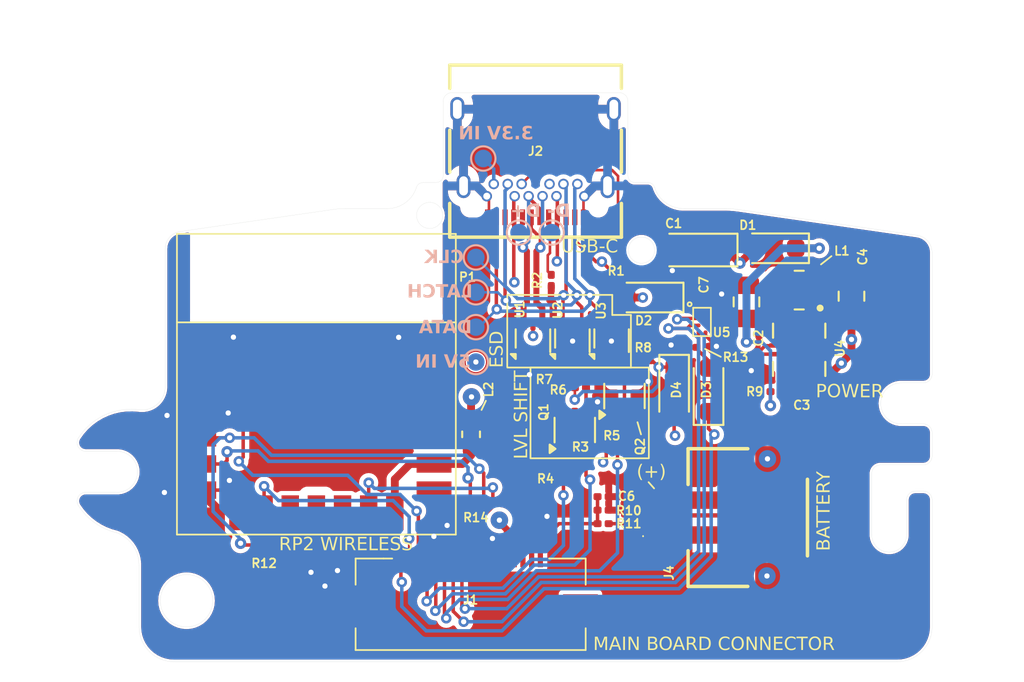
<source format=kicad_pcb>
(kicad_pcb (version 20240108) (generator "pcbnew") (generator_version "8.0")
  (layers (0 "F.Cu" signal) (1 "In1.Cu" signal) (2 "In2.Cu" signal) (31 "B.Cu" signal) (34 "B.Paste" user) (35 "F.Paste" user) (36 "B.SilkS" user "B.Silkscreen") (37 "F.SilkS" user "F.Silkscreen") (38 "B.Mask" user) (39 "F.Mask" user) (44 "Edge.Cuts" user))
  (net 0 "")
  (net 1 "N_LATCH_3.3")
  (net 2 "N_CLOCK_3.3")
  (net 3 "+3V3")
  (net 4 "WL_CLK")
  (net 5 "D-")
  (net 6 "GND")
  (net 7 "N_DATA_3.3")
  (net 8 "BTN_PWR")
  (net 9 "I2C1_SCL")
  (net 10 "WL_D")
  (net 11 "BAT_LVL")
  (net 12 "I2C1_SDA")
  (net 13 "WL_ON")
  (net 14 "WL_CS")
  (net 15 "D+")
  (net 16 "VBUS_PRE")
  (net 18 "Net-(J2-CC1)")
  (net 19 "Net-(J2-CC2)")
  (net 20 "+3.3V_PRE")
  (net 21 "N_DATA")
  (net 22 "N_LATCH")
  (net 23 "N_CLOCK")
  (net 25 "SAFE_D-")
  (net 26 "SAFE_D+")
  (net 27 "N_LATCH_SAFE")
  (net 29 "N_CLOCK_SAFE")
  (net 31 "N_DATA_SAFE")
  (net 33 "VBUS_SYS")
  (net 34 "Net-(U4-EN)")
  (net 35 "BATTERY_POS")
  (net 36 "VBUS")
  (net 37 "SHARED_PU")
  (net 38 "Net-(D4-A)")
  (net 39 "Net-(U4-L1)")
  (net 40 "Net-(U4-L2)")
  (net 41 "VDDBAT")
  (net 42 "Net-(P1B-IRQ)")
  (net 43 "WL_GP1")
  (net 44 "WL_GP2")
  (net 45 "WL_GP0")
  (net 47 "Net-(P1A-DO)")
  (footprint "Resistor_SMD:R_0201_0603Metric" (layer "F.Cu") (at 75.985091 32.183329 180)
    (property "Reference" "R13")
    (property "Value" "10k")
  )
  (footprint "Resistor_SMD:R_0201_0603Metric" (layer "F.Cu") (at 69.65 38.95)
    (property "Reference" "R3")
    (property "Value" "1k")
  )
  (footprint "Resistor_SMD:R_0201_0603Metric" (layer "F.Cu") (at 70.95 42.3)
    (property "Reference" "R11")
    (property "Value" "75k")
  )
  (footprint "Resistor_SMD:R_0201_0603Metric" (layer "F.Cu") (at 68.995 39.725 180)
    (property "Reference" "R4")
    (property "Value" "1k")
  )
  (footprint "hhl:DSBGA" (layer "F.Cu") (at 76.625 30.725)
    (property "Reference" "U5")
    (property "Value" "BQ25180")
  )
  (footprint "Resistor_SMD:R_0201_0603Metric" (layer "F.Cu") (at 67.975 28.345 90)
    (property "Reference" "R2")
    (property "Value" "5.1k")
  )
  (footprint "hhl:RPI_RM2" (layer "F.Cu") (at 54.5 33.925)
    (property "Reference" "P1")
    (property "Value" "RPI-RM2")
  )
  (footprint "Package_TO_SOT_SMD:SOT-363_SC-70-6" (layer "F.Cu") (at 72.175 34.975 90)
    (property "Reference" "Q2")
    (property "Value" "BSS138DW")
  )
  (footprint "Inductor_SMD:L_0603_1608Metric" (layer "F.Cu") (at 63.375 37.175 -90)
    (property "Reference" "L2")
    (property "Value" "BLM18AG601SN1D")
  )
  (footprint "Resistor_SMD:R_0201_0603Metric" (layer "F.Cu") (at 68.775 33.725 180)
    (property "Reference" "R7")
    (property "Value" "1k")
  )
  (footprint "Resistor_SMD:R_0201_0603Metric" (layer "F.Cu") (at 70.95 41.525 180)
    (property "Reference" "R10")
    (property "Value" "75k")
  )
  (footprint "Capacitor_SMD:C_0805_2012Metric" (layer "F.Cu") (at 79.175 29.575 -90)
    (property "Reference" "C2")
    (property "Value" "10uF")
  )
  (footprint "Resistor_SMD:R_0201_0603Metric" (layer "F.Cu") (at 73.3 32.95 180)
    (property "Reference" "R8")
    (property "Value" "1k")
  )
  (footprint "Diode_SMD:D_SOD-323_HandSoldering" (layer "F.Cu") (at 75.025 34.625 -90)
    (property "Reference" "D3")
    (property "Value" "CUS08F30,H3F ")
  )
  (footprint "Capacitor_SMD:C_0805_2012Metric" (layer "F.Cu") (at 85.2 29.249999 90)
    (property "Reference" "C4")
    (property "Value" "10uF")
  )
  (footprint "Resistor_SMD:R_0201_0603Metric" (layer "F.Cu") (at 51.5 43.525 180)
    (property "Reference" "R12")
    (property "Value" "10k")
  )
  (footprint "Package_TO_SOT_SMD:SOT-666" (layer "F.Cu") (at 71.4375 31.8 90)
    (property "Reference" "U3")
    (property "Value" "USBLC6-2P6")
  )
  (footprint "Resistor_SMD:R_0201_0603Metric" (layer "F.Cu") (at 69.65 34.5)
    (property "Reference" "R6")
    (property "Value" "1k")
  )
  (footprint "Capacitor_SMD:C_0201_0603Metric" (layer "F.Cu") (at 76.001741 28.871248 90)
    (property "Reference" "C7")
    (property "Value" "1uF")
  )
  (footprint "Capacitor_SMD:C_0201_0603Metric" (layer "F.Cu") (at 82.35 34.725 180)
    (property "Reference" "C3")
    (property "Value" "100nF")
  )
  (footprint "Capacitor_SMD:C_0201_0603Metric" (layer "F.Cu") (at 70.95 40.75)
    (property "Reference" "C6")
    (property "Value" "100nF")
  )
  (footprint "hhl:VREG_V62_16624-01YE" (layer "F.Cu") (at 82.2 32.325 -90)
    (property "Reference" "U4")
    (property "Value" "TPS63001DRCR")
  )
  (footprint "Package_TO_SOT_SMD:SOT-666" (layer "F.Cu") (at 69.1875 31.8 90)
    (property "Reference" "U2")
    (property "Value" "USBLC6-2P6")
  )
  (footprint "Resistor_SMD:R_0201_0603Metric" (layer "F.Cu") (at 63.65 40.9 180)
    (property "Reference" "R14")
    (property "Value" "470R")
  )
  (footprint "Diode_SMD:D_SOD-323_HandSoldering" (layer "F.Cu") (at 77 34.625 90)
    (property "Reference" "D4")
    (property "Value" "CUS08F30,H3F ")
  )
  (footprint "Inductor_SMD:L_1008_2520Metric" (layer "F.Cu") (at 82.2 28.9)
    (property "Reference" "L1")
    (property "Value" "1.3A 2.2uH ±20% 80mΩ")
  )
  (footprint "Resistor_SMD:R_0201_0603Metric" (layer "F.Cu") (at 80.875 34.725)
    (property "Reference" "R9")
    (property "Value" "100R")
  )
  (footprint "Resistor_SMD:R_0201_0603Metric" (layer "F.Cu") (at 71.45 38.025)
    (property "Reference" "R5")
    (property "Value" "1k")
  )
  (footprint "hhl:USB405603A" (layer "F.Cu") (at 67.074998 18.521124 180)
    (property "Reference" "J2")
    (property "Value" "USB4056-03-A" (hide yes))
  )
  (footprint "Diode_SMD:D_SOD-323_HandSoldering" (layer "F.Cu") (at 80.75 26.5 180)
    (property "Reference" "D1")
    (property "Value" "CUS08F30,H3F ")
  )
  (footprint "Diode_SMD:D_SOD-323_HandSoldering" (layer "F.Cu") (at 73.55 29.325 180)
    (property "Reference" "D2")
    (property "Value" "CUS08F30,H3F ")
  )
  (footprint "Package_TO_SOT_SMD:SOT-666" (layer "F.Cu") (at 66.925 31.8 90)
    (property "Reference" "U1")
    (property "Value" "USBLC6-2P6")
  )
  (footprint "hhl:1769" (layer "F.Cu") (at 75.825 41.95 90)
    (property "Reference" "J4")
    (property "Value" "Adafruit 1769" (hide yes))
  )
  (footprint "Package_TO_SOT_SMD:SOT-363_SC-70-6" (layer "F.Cu") (at 69.325 36.925 90)
    (property "Reference" "Q1")
    (property "Value" "BSS138DW")
  )
  (footprint "hhl:5051101792" (layer "F.Cu") (at 63.35 46.675)
    (property "Reference" "J1")
    (property "Value" "Molex 505110-1792" (hide yes))
  )
  (footprint "Resistor_SMD:R_0201_0603Metric" (layer "F.Cu") (at 72.925 28)
    (property "Reference" "R1")
    (property "Value" "5.1k")
  )
  (footprint "Capacitor_Tantalum_SMD:CP_EIA-3216-18_Kemet-A" (layer "F.Cu") (at 76.35 26.6 180)
    (property "Reference" "C1")
    (property "Value" "47uF")
  )
  (footprint "TestPoint:TestPoint_Pad_D1.0mm" (layer "B.Cu") (at 63.65 29.025 180)
    (property "Reference" "TP1" (hide yes))
    (property "Value" "TestPoint")
  )
  (footprint "TestPoint:TestPoint_Pad_D1.0mm" (layer "B.Cu") (at 63.65 33.025 180)
    (property "Reference" "TP7" (hide yes))
    (property "Value" "TestPoint")
  )
  (footprint "TestPoint:TestPoint_Pad_D1.0mm" (layer "B.Cu") (at 64.075 21.35 180)
    (property "Reference" "TP6" (hide yes))
    (property "Value" "TestPoint")
  )
  (footprint "TestPoint:TestPoint_Pad_D1.0mm" (layer "B.Cu") (at 63.65 27.025 180)
    (property "Reference" "TP2" (hide yes))
    (property "Value" "TestPoint")
  )
  (footprint "TestPoint:TestPoint_Pad_D1.0mm" (layer "B.Cu") (at 68 25.6 180)
    (property "Reference" "TP4" (hide yes))
    (property "Value" "TestPoint")
  )
  (footprint "TestPoint:TestPoint_Pad_D1.0mm" (layer "B.Cu") (at 66.125 25.6 180)
    (property "Reference" "TP5" (hide yes))
    (property "Value" "TestPoint")
  )
  (footprint "TestPoint:TestPoint_Pad_D1.0mm" (layer "B.Cu") (at 63.65 31.025 180)
    (property "Reference" "TP3" (hide yes))
    (property "Value" "TestPoint")
  )
  (gr_line (start 72.545646 33.342379) (end 65.458609 33.34238) (stroke (width 0.1)) (layer "F.SilkS"))
  (gr_line (start 71.475 29.175) (end 71.475 30.325) (stroke (width 0.1)) (layer "F.SilkS"))
  (gr_line (start 64.225 35.25) (end 63.975 35.775) (stroke (width 0.1)) (layer "F.SilkS"))
  (gr_line (start 73.125 37.175) (end 72.922473 36.481236) (stroke (width 0.1)) (layer "F.SilkS"))
  (gr_rect (start 66.783609 33.34238) (end 73.575 38.55) (stroke (width 0.1)) (fill none) (layer "F.SilkS"))
  (gr_line (start 65.448799 33.311949) (end 65.451201 29.175) (stroke (width 0.1)) (layer "F.SilkS"))
  (gr_line (start 84.05 26.95) (end 83.45 27.425) (stroke (width 0.1)) (layer "F.SilkS"))
  (gr_line (start 72.545646 30.32464) (end 72.545646 33.342379) (stroke (width 0.1)) (layer "F.SilkS"))
  (gr_line (start 71.475 30.325) (end 72.545646 30.32464) (stroke (width 0.1)) (layer "F.SilkS"))
  (gr_line (start 77.7 32.725) (end 76.8 32.275) (stroke (width 0.1)) (layer "F.SilkS"))
  (gr_line (start 73.56 39.92) (end 73.875 40.275) (stroke (width 0.1)) (layer "F.SilkS"))
  (gr_line (start 65.451201 29.175) (end 71.475 29.175) (stroke (width 0.1)) (layer "F.SilkS"))
  (gr_arc (start 73.526993 22.72569) (mid 73.762901 22.802661) (end 73.908019 23.003951) (stroke (width 0.01)) (layer "Edge.Cuts"))
  (gr_arc (start 88.055082 36.575001) (mid 86.880084 35.400001) (end 88.055082 34.225001) (stroke (width 0.01)) (layer "Edge.Cuts"))
  (gr_line (start 71.874997 17.571338) (end 62.274999 17.571337) (stroke (width 0.01)) (layer "Edge.Cuts"))
  (gr_arc (start 88.361729 40.929158) (mid 88.508176 40.575604) (end 88.86173 40.429157) (stroke (width 0.01)) (layer "Edge.Cuts"))
  (gr_line (start 89.324998 40.429157) (end 88.86173 40.429157) (stroke (width 0.01)) (layer "Edge.Cuts"))
  (gr_arc (start 89.324999 36.575001) (mid 89.678553 36.721448) (end 89.825 37.075002) (stroke (width 0.01)) (layer "Edge.Cuts"))
  (gr_line (start 61.774998 18.071337) (end 61.774998 22.325767) (stroke (width 0.01)) (layer "Edge.Cuts"))
  (gr_arc (start 89.324998 40.429157) (mid 89.678552 40.575604) (end 89.824999 40.929158) (stroke (width 0.01)) (layer "Edge.Cuts"))
  (gr_line (start 44.325 44.697902) (end 44.324999 48.221337) (stroke (width 0.01)) (layer "Edge.Cuts"))
  (gr_line (start 41.265299 38.149797) (end 43.057839 38.149797) (stroke (width 0.01)) (layer "Edge.Cuts"))
  (gr_arc (start 88.361729 42.929157) (mid 87.361729 43.929155) (end 86.361728 42.929156) (stroke (width 0.01)) (layer "Edge.Cuts"))
  (gr_curve (pts (xy 45.783436 34.772086) (xy 45.811035 34.664222) (xy 45.824999 34.553324) (xy 45.824999 34.441985)) (stroke (width 0.01)) (layer "Edge.Cuts"))
  (gr_line (start 73.526993 22.72569) (end 72.774997 22.725691) (stroke (width 0.01)) (layer "Edge.Cuts"))
  (gr_line (start 88.967389 25.752318) (end 78.67914 24.272284) (stroke (width 0.01)) (layer "Edge.Cuts"))
  (gr_line (start 89.825 48.221338) (end 89.824999 40.929158) (stroke (width 0.01)) (layer "Edge.Cuts"))
  (gr_line (start 88.361729 40.929158) (end 88.361729 42.929157) (stroke (width 0.01)) (layer "Edge.Cuts"))
  (gr_line (start 89.825 33.725) (end 89.825 26.742127) (stroke (width 0.01)) (layer "Edge.Cuts"))
  (gr_arc (start 89.825 33.725) (mid 89.678553 34.078554) (end 89.324998 34.225002) (stroke (width 0.01)) (layer "Edge.Cuts"))
  (gr_arc (start 41.265299 38.149797) (mid 40.826326 37.889134) (end 40.845015 37.378901) (stroke (width 0.01)) (layer "Edge.Cuts"))
  (gr_arc (start 60.241979 23.00395) (mid 59.607091 23.884591) (end 58.574999 24.221336) (stroke (width 0.01)) (layer "Edge.Cuts"))
  (gr_line (start 55.470845 24.272285) (end 46.679479 25.536982) (stroke (width 0.01)) (layer "Edge.Cuts"))
  (gr_arc (start 40.845015 41.270692) (mid 40.826306 40.760491) (end 41.265298 40.499836) (stroke (width 0.01)) (layer "Edge.Cuts"))
  (gr_arc (start 60.241979 23.00395) (mid 60.387142 22.80266) (end 60.623079 22.72569) (stroke (width 0.01)) (layer "Edge.Cuts"))
  (gr_line (start 58.574999 24.221336) (end 56.182799 24.221337) (stroke (width 0.01)) (layer "Edge.Cuts"))
  (gr_circle (center 47.049532 46.721337) (end 45.549533 46.721337) (stroke (width 0.01)) (fill none) (layer "Edge.Cuts"))
  (gr_arc (start 43.057835 42.824796) (mid 41.799588 42.26394) (end 40.845015 41.270692) (stroke (width 0.01)) (layer "Edge.Cuts"))
  (gr_arc (start 43.057839 38.149797) (mid 44.232838 39.324796) (end 43.05784 40.499796) (stroke (width 0.01)) (layer "Edge.Cuts"))
  (gr_curve (pts (xy 44.323083 35.762685) (xy 44.497308 35.785149) (xy 44.674269 35.772917) (xy 44.843747 35.726694)) (stroke (width 0.01)) (layer "Edge.Cuts"))
  (gr_arc (start 61.774998 18.071337) (mid 61.921445 17.717784) (end 62.274999 17.571337) (stroke (width 0.01)) (layer "Edge.Cuts"))
  (gr_arc (start 88.967389 25.752318) (mid 89.580774 26.087295) (end 89.825 26.742127) (stroke (width 0.01)) (layer "Edge.Cuts"))
  (gr_circle (center 60.998399 24.614372) (end 60.2484 24.614372) (stroke (width 0.01)) (fill none) (layer "Edge.Cuts"))
  (gr_line (start 61.374998 22.72569) (end 60.623079 22.72569) (stroke (width 0.01)) (layer "Edge.Cuts"))
  (gr_arc (start 40.845015 37.378901) (mid 42.350265 36.067701) (end 44.323083 35.762685) (stroke (width 0.01)) (layer "Edge.Cuts"))
  (gr_arc (start 45.824999 26.526337) (mid 46.06819 25.872701) (end 46.679479 25.536982) (stroke (width 0.01)) (layer "Edge.Cuts"))
  (gr_arc (start 86.361728 39.429157) (mid 86.508176 39.075602) (end 86.861731 38.929156) (stroke (width 0.01)) (layer "Edge.Cuts"))
  (gr_arc (start 75.574998 24.221337) (mid 74.542907 23.884591) (end 73.908019 23.003951) (stroke (width 0.01)) (layer "Edge.Cuts"))
  (gr_line (start 77.967206 24.221337) (end 75.574998 24.221337) (stroke (width 0.01)) (layer "Edge.Cuts"))
  (gr_line (start 45.824999 26.526337) (end 45.824999 34.441985) (stroke (width 0.01)) (layer "Edge.Cuts"))
  (gr_line (start 86.861731 38.929156) (end 89.324999 38.929156) (stroke (width 0.01)) (layer "Edge.Cuts"))
  (gr_line (start 89.324999 36.575001) (end 88.055082 36.575001) (stroke (width 0.01)) (layer "Edge.Cuts"))
  (gr_arc (start 77.967206 24.221337) (mid 78.324083 24.23409) (end 78.67914 24.272284) (stroke (width 0.01)) (layer "Edge.Cuts"))
  (gr_curve (pts (xy 45.312057 35.492218) (xy 45.447882 35.386339) (xy 45.561884 35.25511) (xy 45.647736 35.105819)) (stroke (width 0.01)) (layer "Edge.Cuts"))
  (gr_curve (pts (xy 44.843747 35.726694) (xy 45.013829 35.680307) (xy 45.173018 35.600604) (xy 45.312057 35.492218)) (stroke (width 0.01)) (layer "Edge.Cuts"))
  (gr_arc (start 46.324999 50.221337) (mid 44.910786 49.63555) (end 44.324999 48.221337) (stroke (width 0.01)) (layer "Edge.Cuts"))
  (gr_curve (pts (xy 45.647736 35.105819) (xy 45.707878 35.001237) (xy 45.753529 34.888963) (xy 45.783436 34.772086)) (stroke (width 0.01)) (layer "Edge.Cuts"))
  (gr_arc (start 61.774998 22.325767) (mid 61.657836 22.608581) (end 61.374998 22.72569) (stroke (width 0.01)) (layer "Edge.Cuts"))
  (gr_line (start 86.361728 42.929156) (end 86.361728 39.429157) (stroke (width 0.01)) (layer "Edge.Cuts"))
  (gr_line (start 46.324999 50.221337) (end 87.825001 50.221337) (stroke (width 0.01)) (layer "Edge.Cuts"))
  (gr_arc (start 89.825 38.429155) (mid 89.678553 38.782709) (end 89.324999 38.929156) (stroke (width 0.01)) (layer "Edge.Cuts"))
  (gr_line (start 89.825 38.429155) (end 89.825 37.075002) (stroke (width 0.01)) (layer "Edge.Cuts"))
  (gr_arc (start 55.470845 24.272287) (mid 55.825912 24.234091) (end 56.182799 24.221337) (stroke (width 0.01)) (layer "Edge.Cuts"))
  (gr_circle (center 73.151598 26.605822) (end 72.401599 26.605822) (stroke (width 0.01)) (fill none) (layer "Edge.Cuts"))
  (gr_arc (start 71.874997 17.571338) (mid 72.22855 17.717785) (end 72.374997 18.071338) (stroke (width 0.01)) (layer "Edge.Cuts"))
  (gr_line (start 72.374997 22.32569) (end 72.374997 18.071338) (stroke (width 0.01)) (layer "Edge.Cuts"))
  (gr_arc (start 89.825 48.221338) (mid 89.239214 49.635551) (end 87.825001 50.221337) (stroke (width 0.01)) (layer "Edge.Cuts"))
  (gr_arc (start 43.057835 42.824796) (mid 43.981527 43.565077) (end 44.325 44.697902) (stroke (width 0.01)) (layer "Edge.Cuts"))
  (gr_line (start 88.055082 34.225001) (end 89.324998 34.225002) (stroke (width 0.01)) (layer "Edge.Cuts"))
  (gr_line (start 43.05784 40.499796) (end 41.265299 40.499797) (stroke (width 0.01)) (layer "Edge.Cuts"))
  (gr_arc (start 72.774997 22.725691) (mid 72.492154 22.608533) (end 72.374997 22.32569) (stroke (width 0.01)) (layer "Edge.Cuts"))
  (gr_text "3.3V IN" (at 62.65 20.375 0) (layer "B.SilkS") (effects (font (size 0.75 0.75) (thickness 0.1875) (bold yes)) (justify right bottom mirror)))
  (gr_text "CLK" (at 60.7 27.475 0) (layer "B.SilkS") (effects (font (size 0.75 0.75) (thickness 0.1875) (bold yes)) (justify right bottom mirror)))
  (gr_text "LATCH" (at 59.7 29.45 0) (layer "B.SilkS") (effects (font (size 0.75 0.75) (thickness 0.1875) (bold yes)) (justify right bottom mirror)))
  (gr_text "DATA" (at 60.375 31.5 0) (layer "B.SilkS") (effects (font (size 0.75 0.75) (thickness 0.1875) (bold yes)) (justify right bottom mirror)))
  (gr_text "5V IN" (at 60.175 33.475 0) (layer "B.SilkS") (effects (font (size 0.75 0.75) (thickness 0.1875) (bold yes)) (justify right bottom mirror)))
  (gr_text "D- D+" (at 65.625 24.825 0) (layer "B.SilkS") (effects (font (size 0.75 0.75) (thickness 0.1875) (bold yes)) (justify right bottom mirror)))
  (gr_text "ESD" (at 65.313935 33.368142 90) (layer "F.SilkS") (effects (font (size 0.75 0.75) (thickness 0.1)) (justify left bottom)))
  (gr_text "USB-C" (at 68.548464 26.864832 0) (layer "F.SilkS") (effects (font (size 0.75 0.75) (thickness 0.1)) (justify left bottom)))
  (gr_text "(+)" (at 72.87 39.79 0) (layer "F.SilkS") (effects (font (size 0.75 0.75) (thickness 0.1)) (justify left bottom)))
  (gr_text "POWER" (at 83.15 35.175 0) (layer "F.SilkS") (effects (font (size 0.75 0.75) (thickness 0.1)) (justify left bottom)))
  (gr_text "LVL SHIFT" (at 66.718761 38.605333 90) (layer "F.SilkS") (effects (font (size 0.75 0.75) (thickness 0.1)) (justify left bottom)))
  (gr_text "MAIN BOARD CONNECTOR" (at 70.375 49.675 0) (layer "F.SilkS") (effects (font (size 0.75 0.75) (thickness 0.1)) (justify left bottom)))
  (gr_text "RP2 WIRELESS" (at 52.35 43.95 0) (layer "F.SilkS") (effects (font (size 0.75 0.75) (thickness 0.1)) (justify left bottom)))
  (gr_text "BATTERY" (at 84.075 43.875 90) (layer "F.SilkS") (effects (font (size 0.75 0.75) (thickness 0.1)) (justify left bottom)))
  (segment (start 81.375 38.6) (end 82.35 38.6) (width 0.45) (layer "F.Cu") (net 0))
  (segment (start 81.375 45.3) (end 80.35 45.3) (width 0.45) (layer "F.Cu") (net 0))
  (segment (start 80.4 38.6) (end 80.38 38.58) (width 0.45) (layer "F.Cu") (net 0))
  (segment (start 81.375 45.3) (end 82.4 45.3) (width 0.45) (layer "F.Cu") (net 0))
  (segment (start 82.4 45.3) (end 82.42 45.28) (width 0.45) (layer "F.Cu") (net 0))
  (segment (start 82.35 38.6) (end 82.37 38.58) (width 0.45) (layer "F.Cu") (net 0))
  (segment (start 81.375 38.6) (end 80.4 38.6) (width 0.45) (layer "F.Cu") (net 0))
  (via (at 80.38 38.58) (size 1) (drill 0.3) (layers "F.Cu" "B.Cu") (net 0))
  (via (at 80.35 45.3) (size 1) (drill 0.3) (layers "F.Cu" "B.Cu") (net 0))
  (segment (start 69.975 37.875) (end 69.97 37.88) (width 0.2) (layer "F.Cu") (net 1))
  (segment (start 69.97 37.88) (end 69.97 38.95) (width 0.2) (layer "F.Cu") (net 1))
  (segment (start 61.35 44.3) (end 61.35 47.275) (width 0.2) (layer "F.Cu") (net 1))
  (segment (start 70.2 39.775) (end 69.97 39.545) (width 0.2) (layer "F.Cu") (net 1))
  (segment (start 61.35 47.275) (end 61.325 47.3) (width 0.2) (layer "F.Cu") (net 1))
  (segment (start 69.97 39.545) (end 69.97 38.95) (width 0.2) (layer "F.Cu") (net 1))
  (via (at 70.2 39.775) (size 0.6) (drill 0.3) (layers "F.Cu" "B.Cu") (net 1))
  (via (at 61.325 47.3) (size 0.6) (drill 0.3) (layers "F.Cu" "B.Cu") (net 1))
  (segment (start 69.775 44.225) (end 70.2 43.8) (width 0.2) (layer "B.Cu") (net 1))
  (segment (start 69.325 44.675) (end 69.775 44.225) (width 0.2) (layer "B.Cu") (net 1))
  (segment (start 66.09519 45.57019) (end 66.99038 44.675) (width 0.2) (layer "B.Cu") (net 1))
  (segment (start 70.2 43.8) (end 70.2 39.775) (width 0.2) (layer "B.Cu") (net 1))
  (segment (start 65.34038 46.325) (end 66.09519 45.57019) (width 0.2) (layer "B.Cu") (net 1))
  (segment (start 62.3 46.325) (end 63.05 46.325) (width 0.2) (layer "B.Cu") (net 1))
  (segment (start 67.775 44.675) (end 69.325 44.675) (width 0.2) (layer "B.Cu") (net 1))
  (segment (start 61.325 47.3) (end 62.3 46.325) (width 0.2) (layer "B.Cu") (net 1))
  (segment (start 63.05 46.325) (end 65.34038 46.325) (width 0.2) (layer "B.Cu") (net 1))
  (segment (start 66.99038 44.675) (end 67.775 44.675) (width 0.2) (layer "B.Cu") (net 1))
  (segment (start 68.675 37.875) (end 68.675 39.725) (width 0.2) (layer "F.Cu") (net 2))
  (segment (start 60.85 44.3) (end 60.85 46.725) (width 0.2) (layer "F.Cu") (net 2))
  (segment (start 60.85 46.725) (end 60.825 46.75) (width 0.2) (layer "F.Cu") (net 2))
  (segment (start 68.675 40.675) (end 68.675 39.725) (width 0.2) (layer "F.Cu") (net 2))
  (via (at 68.675 40.675) (size 0.6) (drill 0.3) (layers "F.Cu" "B.Cu") (net 2))
  (via (at 60.825 46.75) (size 0.6) (drill 0.3) (layers "F.Cu" "B.Cu") (net 2))
  (segment (start 68.275 43.95) (end 68.675 43.55) (width 0.2) (layer "B.Cu") (net 2))
  (segment (start 60.825 46.75) (end 61.575 46) (width 0.2) (layer "B.Cu") (net 2))
  (segment (start 67.875 44.35) (end 68.275 43.95) (width 0.2) (layer "B.Cu") (net 2))
  (segment (start 65.2 46) (end 65.7 45.5) (width 0.2) (layer "B.Cu") (net 2))
  (segment (start 68.675 43.55) (end 68.675 40.675) (width 0.2) (layer "B.Cu") (net 2))
  (segment (start 65.7 45.5) (end 66.85 44.35) (width 0.2) (layer "B.Cu") (net 2))
  (segment (start 67.35 44.35) (end 67.875 44.35) (width 0.2) (layer "B.Cu") (net 2))
  (segment (start 66.85 44.35) (end 67.35 44.35) (width 0.2) (layer "B.Cu") (net 2))
  (segment (start 61.575 46) (end 62.4 46) (width 0.2) (layer "B.Cu") (net 2))
  (segment (start 62.4 46) (end 65.2 46) (width 0.2) (layer "B.Cu") (net 2))
  (segment (start 84.40342 30.996578) (end 83.303664 30.996578) (width 0.45) (layer "F.Cu") (net 3))
  (segment (start 69.33 39.71) (end 69.315 39.725) (width 0.2) (layer "F.Cu") (net 3))
  (segment (start 71.13 37.795) (end 71.13 37.53) (width 0.2) (layer "F.Cu") (net 3))
  (segment (start 83.91108 33.79892) (end 83.306522 33.79892) (width 0.45) (layer "F.Cu") (net 3))
  (segment (start 69.325 37.175) (end 69.325 37.874999) (width 0.2) (layer "F.Cu") (net 3))
  (segment (start 71.13 38.025) (end 71.13 37.795) (width 0.2) (layer "F.Cu") (net 3))
  (segment (start 71.13 37.53) (end 70.775 37.175) (width 0.2) (layer "F.Cu") (net 3))
  (segment (start 75.025 37.2) (end 75.075 37.25) (width 0.2) (layer "F.Cu") (net 3))
  (segment (start 65.019086 42.1) (end 65 42.1) (width 0.2) (layer "F.Cu") (net 3))
  (segment (start 84.62 33.09) (end 83.91108 33.79892) (width 0.45) (layer "F.Cu") (net 3))
  (segment (start 72.175 36.75) (end 72.175 35.924999) (width 0.2) (layer "F.Cu") (net 3))
  (segment (start 69.32 38.95) (end 69.32 37.879999) (width 0.2) (layer "F.Cu") (net 3))
  (segment (start 63.375 35.05) (end 63.4 35.025) (width 0.45) (layer "F.Cu") (net 3))
  (segment (start 65.35 44.3) (end 65.35 42.694871) (width 0.2) (layer "F.Cu") (net 3))
  (segment (start 63.375 36.387499) (end 63.375 35.05) (width 0.45) (layer "F.Cu") (net 3))
  (segment (start 71.13 38.025) (end 71.13 38.595) (width 0.2) (layer "F.Cu") (net 3))
  (segment (start 65.85 42.930914) (end 65.019086 42.1) (width 0.2) (layer "F.Cu") (net 3))
  (segment (start 85.2 32.51) (end 84.62 33.09) (width 0.45) (layer "F.Cu") (net 3))
  (segment (start 69.33 38.95) (end 69.33 39.71) (width 0.2) (layer "F.Cu") (net 3))
  (segment (start 69.32 37.879999) (end 69.325 37.874999) (width 0.2) (layer "F.Cu") (net 3))
  (segment (start 85.2 30.199998) (end 84.40342 30.996578) (width 0.45) (layer "F.Cu") (net 3))
  (segment (start 71.13 37.795) (end 72.175 36.75) (width 0.2) (layer "F.Cu") (net 3))
  (segment (start 65.35 42.694871) (end 65.117096 42.461967) (width 0.2) (layer "F.Cu") (net 3))
  (segment (start 75.025 35.874999) (end 75.025 37.2) (width 0.2) (layer "F.Cu") (net 3))
  (segment (start 85.2 30.199998) (end 85.2 32.51) (width 0.45) (layer "F.Cu") (net 3))
  (segment (start 70.775 37.175) (end 69.325 37.175) (width 0.2) (layer "F.Cu") (net 3))
  (segment (start 65.35 42.45) (end 65 42.1) (width 0.2) (layer "F.Cu") (net 3))
  (segment (start 69.325 35.975001) (end 69.325 37.175) (width 0.2) (layer "F.Cu") (net 3))
  (segment (start 71.13 38.595) (end 70.95 38.775) (width 0.2) (layer "F.Cu") (net 3))
  (segment (start 72.175 34.025001) (end 72.175 35.924999) (width 0.2) (layer "F.Cu") (net 3))
  (segment (start 65.85 44.3) (end 65.85 42.930914) (width 0.2) (layer "F.Cu") (net 3))
  (via (at 85.2 31.73) (size 0.65) (drill 0.3) (layers "F.Cu" "B.Cu") (net 3))
  (via (at 65 42.1) (size 1) (drill 0.3) (layers "F.Cu" "B.Cu") (net 3))
  (via (at 75.075 37.25) (size 0.6) (drill 0.3) (layers "F.Cu" "B.Cu") (net 3))
  (via (at 63.4 35.025) (size 1) (drill 0.3) (layers "F.Cu" "B.Cu") (net 3))
  (via (at 70.95 38.775) (size 0.6) (drill 0.3) (layers "F.Cu" "B.Cu") (net 3))
  (via (at 84.62 33.09) (size 0.65) (drill 0.3) (layers "F.Cu" "B.Cu") (net 3))
  (segment (start 50.3 38.475) (end 50.3 35.21) (width 0.2) (layer "F.Cu") (net 4))
  (segment (start 50.3 35.21) (end 49.465 34.375) (width 0.2) (layer "F.Cu") (net 4))
  (segment (start 60.35 44.3) (end 60.35 41.675) (width 0.2) (layer "F.Cu") (net 4))
  (segment (start 49.465 34.375) (end 47.75 34.375) (width 0.2) (layer "F.Cu") (net 4))
  (segment (start 60.35 41.675) (end 60.25 41.575) (width 0.2) (layer "F.Cu") (net 4))
  (segment (start 50.05 38.725) (end 50.3 38.475) (width 0.2) (layer "F.Cu") (net 4))
  (via (at 50.05 38.725) (size 0.6) (drill 0.3) (layers "F.Cu" "B.Cu") (net 4))
  (via (at 60.25 41.575) (size 0.6) (drill 0.3) (layers "F.Cu" "B.Cu") (net 4))
  (segment (start 57.4 40.625) (end 56.675 39.9) (width 0.2) (layer "B.Cu") (net 4))
  (segment (start 56.675 39.9) (end 56.3 39.525) (width 0.2) (layer "B.Cu") (net 4))
  (segment (start 56.3 39.525) (end 54.5 39.525) (width 0.2) (layer "B.Cu") (net 4))
  (segment (start 58.6 40.625) (end 57.4 40.625) (width 0.2) (layer "B.Cu") (net 4))
  (segment (start 50.85 39.525) (end 50.05 38.725) (width 0.2) (layer "B.Cu") (net 4))
  (segment (start 54.5 39.525) (end 50.85 39.525) (width 0.2) (layer "B.Cu") (net 4))
  (segment (start 59.3 40.625) (end 58.6 40.625) (width 0.2) (layer "B.Cu") (net 4))
  (segment (start 60.25 41.575) (end 59.3 40.625) (width 0.2) (layer "B.Cu") (net 4))
  (segment (start 67.4625 29.9375) (end 67.325 29.8) (width 0.3425) (layer "F.Cu") (net 5))
  (segment (start 67.35 25.9) (end 67.35 26.45) (width 0.2) (layer "F.Cu") (net 5))
  (segment (start 67.12125 29.59625) (end 67.325 29.8) (width 0.3425) (layer "F.Cu") (net 5))
  (segment (start 67.35 26.45) (end 67.12125 26.67875) (width 0.3425) (layer "F.Cu") (net 5))
  (segment (start 66.824998 24.721124) (end 66.824998 25.374998) (width 0.2) (layer "F.Cu") (net 5))
  (segment (start 66.824998 25.374998) (end 67.35 25.9) (width 0.2) (layer "F.Cu") (net 5))
  (segment (start 67.4625 30.95) (end 67.4625 29.9375) (width 0.3425) (layer "F.Cu") (net 5))
  (segment (start 67.12125 26.67875) (end 67.12125 29.59625) (width 0.3425) (layer "F.Cu") (net 5))
  (via (at 67.35 26.45) (size 0.6) (drill 0.3) (layers "F.Cu" "B.Cu") (net 5))
  (segment (start 67.474998 26.325002) (end 67.325 26.475) (width 0.2) (layer "B.Cu") (net 5))
  (segment (start 67.474998 23.511124) (end 67.474998 26.325002) (width 0.2) (layer "B.Cu") (net 5))
  (segment (start 80.01 32.325) (end 79.795 32.325) (width 0.2) (layer "F.Cu") (net 6))
  (segment (start 67.975 31.325) (end 68.475 31.825) (width 0.15) (layer "F.Cu") (net 6))
  (segment (start 82.2 30.925001) (end 82.2 29.79) (width 0.2) (layer "F.Cu") (net 6))
  (segment (start 45.915 40.375) (end 45.78 40.51) (width 0.2) (layer "F.Cu") (net 6))
  (segment (start 47.75 40.375) (end 48.955 40.375) (width 0.2) (layer "F.Cu") (net 6))
  (segment (start 69.1875 31.8375) (end 69.2 31.825) (width 0.2) (layer "F.Cu") (net 6))
  (segment (start 82.7 33.725) (end 82.7 32.825) (width 0.2) (layer "F.Cu") (net 6))
  (segment (start 82.2 32.325) (end 81.965607 32.090607) (width 0.2) (layer "F.Cu") (net 6))
  (segment (start 64.85 43.4) (end 64.6 43.15) (width 0.2) (layer "F.Cu") (net 6))
  (segment (start 64.35 43.4) (end 64.6 43.15) (width 0.2) (layer "F.Cu") (net 6))
  (segment (start 76.824999 31.325) (end 76.824999 31.499999) (width 0.2) (layer "F.Cu") (net 6))
  (segment (start 61.25 40.375) (end 61.25 41.44) (width 0.2) (layer "F.Cu") (net 6))
  (segment (start 46.145 35.875) (end 45.93 36.09) (width 0.2) (layer "F.Cu") (net 6))
  (segment (start 80.244393 32.090607) (end 80.01 32.325) (width 0.2) (layer "F.Cu") (net 6))
  (segment (start 61.25 31.375) (end 59.455 31.375) (width 0.2) (layer "F.Cu") (net 6))
  (segment (start 64.40002 24.646102) (end 64.40002 23.663354) (width 0.15) (layer "F.Cu") (net 6))
  (segment (start 82.7 33.725) (end 82.7 34.695) (width 0.2) (layer "F.Cu") (net 6))
  (segment (start 82.2 30.925001) (end 82.2 32.325) (width 0.2) (layer "F.Cu") (net 6))
  (segment (start 66.925 33.55) (end 66.725 33.75) (width 0.2) (layer "F.Cu") (net 6))
  (segment (start 49.485 31.375) (end 49.73 31.62) (width 0.2) (layer "F.Cu") (net 6))
  (segment (start 69.1875 32.725) (end 69.1875 31.8375) (width 0.2) (layer "F.Cu") (net 6))
  (segment (start 78.249999 28.625001) (end 77.75 29.125) (width 0.45) (layer "F.Cu") (net 6))
  (segment (start 48.955 40.375) (end 49.51 39.82) (width 0.2) (layer "F.Cu") (net 6))
  (segment (start 75.665091 32.183329) (end 74.983329 32.183329) (width 0.2) (layer "F.Cu") (net 6))
  (segment (start 54.5 43.72) (end 54.42 43.8) (width 0.45) (layer "F.Cu") (net 6))
  (segment (start 79.795 32.325) (end 79.51 32.61) (width 0.2) (layer "F.Cu") (net 6))
  (segment (start 69.824998 23.561124) (end 69.824998 24.721124) (width 0.15) (layer "F.Cu") (net 6))
  (segment (start 47.125 31.375) (end 46.22 32.28) (width 0.2) (layer "F.Cu") (net 6))
  (segment (start 49.365 35.875) (end 49.44 35.95) (width 0.2) (layer "F.Cu") (net 6))
  (segment (start 73.245 28) (end 74.7 28) (width 0.2) (layer "F.Cu") (net 6))
  (segment (start 61.25 41.44) (end 61.15 41.54) (width 0.2) (layer "F.Cu") (net 6))
  (segment (start 74.983329 32.183329) (end 74.85 32.05) (width 0.2) (layer "F.Cu") (net 6))
  (segment (start 66.925 32.725) (end 66.925 33.55) (width 0.2) (layer "F.Cu") (net 6))
  (segment (start 71.425 32.7125) (end 71.425 31.825) (width 0.2) (layer "F.Cu") (net 6))
  (segment (start 64.324998 24.721124) (end 64.40002 24.646102) (width 0.15) (layer "F.Cu") (net 6))
  (segment (start 79.175 28.625001) (end 78.249999 28.625001) (width 0.45) (layer "F.Cu") (net 6))
  (segment (start 69.874998 23.511124) (end 69.824998 23.561124) (width 0.15) (layer "F.Cu") (net 6))
  (segment (start 54.5 41.675) (end 54.5 43.72) (width 0.45) (layer "F.Cu") (net 6))
  (segment (start 81.965607 32.090607) (end 80.244393 32.090607) (width 0.2) (layer "F.Cu") (net 6))
  (segment (start 76.001741 28.551248) (end 76.001741 27.601741) (width 0.45) (layer "F.Cu") (net 6))
  (segment (start 76.001741 27.601741) (end 75 26.6) (width 0.45) (layer "F.Cu") (net 6))
  (segment (start 47.75 31.375) (end 49.485 31.375) (width 0.2) (layer "F.Cu") (net 6))
  (segment (start 47.75 31.375) (end 47.125 31.375) (width 0.2) (layer "F.Cu") (net 6))
  (segment (start 64.85 44.3) (end 64.85 43.4) (width 0.2) (layer "F.Cu") (net 6))
  (segment (start 47.75 35.875) (end 49.365 35.875) (width 0.2) (layer "F.Cu") (net 6))
  (segment (start 77.176248 28.551248) (end 77.75 29.125) (width 0.45) (layer "F.Cu") (net 6))
  (segment (start 67.975 28.665) (end 67.975 31.325) (width 0.15) (layer "F.Cu") (net 6))
  (segment (start 82.2 29.79) (end 82.19 29.78) (width 0.2) (layer "F.Cu") (net 6))
  (segment (start 49.73 31.62) (end 49.73 31.61) (width 0.2) (layer "F.Cu") (net 6))
  (segment (start 59.455 31.375) (end 59.22 31.61) (width 0.2) (layer "F.Cu") (net 6))
  (segment (start 64.40002 23.663354) (end 64.261394 23.524728) (width 0.15) (layer "F.Cu") (net 6))
  (segment (start 47.75 40.375) (end 45.915 40.375) (width 0.2) (layer "F.Cu") (net 6))
  (segment (start 68.475 31.825) (end 69.2 31.825) (width 0.15) (layer "F.Cu") (net 6))
  (segment (start 81.949884 32.575116) (end 79.964884 32.575116) (width 0.2) (layer "F.Cu") (net 6))
  (segment (start 79.964884 32.575116) (end 79.71 32.83) (width 0.2) (layer "F.Cu") (net 6))
  (segment (start 82.7 32.825) (end 82.2 32.325) (width 0.2) (layer "F.Cu") (net 6))
  (segment (start 49.73 31.61) (end 49.74 31.6) (width 0.2) (layer "F.Cu") (net 6))
  (segment (start 71.4375 32.725) (end 71.425 32.7125) (width 0.2) (layer "F.Cu") (net 6))
  (segment (start 74.7 28) (end 74.92 27.78) (width 0.2) (layer "F.Cu") (net 6))
  (segment (start 47.75 35.875) (end 46.145 35.875) (width 0.2) (layer "F.Cu") (net 6))
  (segment (start 64.35 44.3) (end 64.35 43.4) (width 0.2) (layer "F.Cu") (net 6))
  (segment (start 62.565 31.375) (end 62.98 31.79) (width 0.2) (layer "F.Cu") (net 6))
  (segment (start 76.001741 28.551248) (end 77.176248 28.551248) (width 0.45) (layer "F.Cu") (net 6))
  (segment (start 82.2 32.325) (end 81.949884 32.575116) (width 0.2) (layer "F.Cu") (net 6))
  (segment (start 61.25 31.375) (end 62.565 31.375) (width 0.2) (layer "F.Cu") (net 6))
  (segment (start 76.824999 31.499999) (end 77.45 32.125) (width 0.2) (layer "F.Cu") (net 6))
  (segment (start 82.7 34.695) (end 82.67 34.725) (width 0.2) (layer "F.Cu") (net 6))
  (via (at 54.99 45.88) (size 0.65) (drill 0.3) (layers "F.Cu" "B.Cu") (net 6))
  (via (at 55.71 44.99) (size 0.65) (drill 0.3) (layers "F.Cu" "B.Cu") (net 6))
  (via (at 45.78 40.51) (size 0.65) (drill 0.3) (layers "F.Cu" "B.Cu") (net 6))
  (via (at 71.425 31.825) (size 0.6) (drill 0.3) (layers "F.Cu" "B.Cu") (net 6))
  (via (at 49.74 31.6) (size 0.65) (drill 0.3) (layers "F.Cu" "B.Cu") (net 6))
  (via (at 59.22 31.61) (size 0.65) (drill 0.3) (layers "F.Cu" "B.Cu") (net 6))
  (via (at 66.725 33.75) (size 0.6) (drill 0.3) (layers "F.Cu" "B.Cu") (net 6))
  (via (at 64.6 43.15) (size 0.65) (drill 0.3) (layers "F.Cu" "B.Cu") (net 6))
  (via (at 49.51 39.82) (size 0.65) (drill 0.3) (layers "F.Cu" "B.Cu") (net 6))
  (via (at 79.45 33.52) (size 0.65) (drill 0.3) (layers "F.Cu" "B.Cu") (net 6))
  (via (at 73.53 34.14) (size 0.6) (drill 0.3) (layers "F.Cu" "B.Cu") (net 6))
  (via (at 61.24 43.03) (size 0.65) (drill 0.3) (layers "F.Cu" "B.Cu") (net 6))
  (via (at 77.75 29.125) (size 0.65) (drill 0.3) (layers "F.Cu" "B.Cu") (net 6))
  (via (at 54.19 45.09) (size 0.65) (drill 0.3) (layers "F.Cu" "B.Cu") (net 6))
  (via (at 77.45 32.125) (size 0.6) (drill 0.3) (layers "F.Cu" "B.Cu") (net 6))
  (via (at 74.92 27.78) (size 0.65) (drill 0.3) (layers "F.Cu" "B.Cu") (net 6))
  (via (at 49.44 35.95) (size 0.65) (drill 0.3) (layers "F.Cu" "B.Cu") (net 6))
  (via (at 70.63 35.31) (size 0.6) (drill 0.3) (layers "F.Cu" "B.Cu") (net 6))
  (via (at 45.93 36.09) (size 0.65) (drill 0.3) (layers "F.Cu" "B.Cu") (net 6))
  (via (at 62 42.4) (size 0.65) (drill 0.3) (layers "F.Cu" "B.Cu") (net 6))
  (via (at 67.73 41.88) (size 0.6) (drill 0.3) (layers "F.Cu" "B.Cu") (net 6))
  (via (at 74.85 32.05) (size 0.6) (drill 0.3) (layers "F.Cu" "B.Cu") (net 6))
  (via (at 69.2 31.825) (size 0.6) (drill 0.3) (layers "F.Cu" "B.Cu") (net 6))
  (segment (start 72.825 35.925) (end 72.825 36.675) (width 0.2) (layer "F.Cu") (net 7))
  (segment (start 71.77 37.73) (end 71.77 38.025) (width 0.2) (layer "F.Cu") (net 7))
  (segment (start 72.825 36.675) (end 71.77 37.73) (width 0.2) (layer "F.Cu") (net 7))
  (segment (start 61.85 47.625) (end 61.95 47.725) (width 0.2) (layer "F.Cu") (net 7))
  (segment (start 71.775 38.03) (end 71.77 38.025) (width 0.2) (layer "F.Cu") (net 7))
  (segment (start 61.85 44.3) (end 61.85 47.625) (width 0.2) (layer "F.Cu") (net 7))
  (segment (start 71.775 38.925) (end 71.775 38.03) (width 0.2) (layer "F.Cu") (net 7))
  (via (at 71.775 38.925) (size 0.6) (drill 0.3) (layers "F.Cu" "B.Cu") (net 7))
  (via (at 61.95 47.725) (size 0.6) (drill 0.3) (layers "F.Cu" "B.Cu") (net 7))
  (segment (start 63.475 46.65) (end 65.475 46.65) (width 0.2) (layer "B.Cu") (net 7))
  (segment (start 70.75 45) (end 71.3 44.45) (width 0.2) (layer "B.Cu") (net 7))
  (segment (start 61.95 47.725) (end 61.95 47.425) (width 0.2) (layer "B.Cu") (net 7))
  (segment (start 67.75 45) (end 70.75 45) (width 0.2) (layer "B.Cu") (net 7))
  (segment (start 62.725 46.65) (end 63.475 46.65) (width 0.2) (layer "B.Cu") (net 7))
  (segment (start 62.625 46.75) (end 62.725 46.65) (width 0.2) (layer "B.Cu") (net 7))
  (segment (start 66.75 45.375) (end 67.125 45) (width 0.2) (layer "B.Cu") (net 7))
  (segment (start 71.775 43.975) (end 71.775 38.925) (width 0.2) (layer "B.Cu") (net 7))
  (segment (start 67.125 45) (end 67.75 45) (width 0.2) (layer "B.Cu") (net 7))
  (segment (start 61.95 47.425) (end 62.625 46.75) (width 0.2) (layer "B.Cu") (net 7))
  (segment (start 65.475 46.65) (end 66.75 45.375) (width 0.2) (layer "B.Cu") (net 7))
  (segment (start 71.3 44.45) (end 71.775 43.975) (width 0.2) (layer "B.Cu") (net 7))
  (segment (start 59.35 44.3) (end 59.35 45.6) (width 0.2) (layer "F.Cu") (net 8))
  (segment (start 59.35 45.6) (end 59.4 45.65) (width 0.2) (layer "F.Cu") (net 8))
  (segment (start 77 36.85023) (end 77.332536 37.182766) (width 0.2) (layer "F.Cu") (net 8))
  (segment (start 77 35.849999) (end 77 36.85023) (width 0.2) (layer "F.Cu") (net 8))
  (via (at 77.332536 37.182766) (size 0.6) (drill 0.3) (layers "F.Cu" "B.Cu") (net 8))
  (via (at 59.4 45.65) (size 0.6) (drill 0.3) (layers "F.Cu" "B.Cu") (net 8))
  (segment (start 77.15 44.175) (end 77.15 37.1) (width 0.2) (layer "B.Cu") (net 8))
  (segment (start 59.4 47.05) (end 60.8 48.45) (width 0.2) (layer "B.Cu") (net 8))
  (segment (start 59.4 45.65) (end 59.4 47.05) (width 0.2) (layer "B.Cu") (net 8))
  (segment (start 65.14 48.45) (end 67.56 46.03) (width 0.2) (layer "B.Cu") (net 8))
  (segment (start 75.295 46.03) (end 77.15 44.175) (width 0.2) (layer "B.Cu") (net 8))
  (segment (start 67.56 46.03) (end 75.295 46.03) (width 0.2) (layer "B.Cu") (net 8))
  (segment (start 60.8 48.45) (end 65.14 48.45) (width 0.2) (layer "B.Cu") (net 8))
  (segment (start 75.25 30.525) (end 76.425 30.525) (width 0.2) (layer "F.Cu") (net 9))
  (segment (start 62.35 47.325) (end 62.95 47.925) (width 0.2) (layer "F.Cu") (net 9))
  (segment (start 75.2 30.575) (end 75.25 30.525) (width 0.2) (layer "F.Cu") (net 9))
  (segment (start 62.35 44.3) (end 62.35 47.325) (width 0.2) (layer "F.Cu") (net 9))
  (via (at 62.95 47.925) (size 0.6) (drill 0.3) (layers "F.Cu" "B.Cu") (net 9))
  (via (at 75.2 30.575) (size 0.6) (drill 0.3) (layers "F.Cu" "B.Cu") (net 9))
  (segment (start 65.15 47.925) (end 62.95 47.925) (width 0.2) (layer "B.Cu") (net 9))
  (segment (start 75.78462 30.575) (end 76.75 31.54038) (width 0.2) (layer "B.Cu") (net 9))
  (segment (start 76.75 44.025) (end 75.1 45.675) (width 0.2) (layer "B.Cu") (net 9))
  (segment (start 75.2 30.575) (end 75.78462 30.575) (width 0.2) (layer "B.Cu") (net 9))
  (segment (start 67.4 45.675) (end 65.15 47.925) (width 0.2) (layer "B.Cu") (net 9))
  (segment (start 75.1 45.675) (end 67.4 45.675) (width 0.2) (layer "B.Cu") (net 9))
  (segment (start 76.75 31.54038) (end 76.75 44.025) (width 0.2) (layer "B.Cu") (net 9))
  (segment (start 63.35 44.3) (end 63.35 42.025) (width 0.2) (layer "F.Cu") (net 10))
  (segment (start 49.525 37.375) (end 47.75 37.375) (width 0.2) (layer "F.Cu") (net 10))
  (segment (start 50.25 43.525) (end 51.18 43.525) (width 0.2) (layer "F.Cu") (net 10))
  (segment (start 64.1 41.275) (end 64.1 39.4) (width 0.2) (layer "F.Cu") (net 10))
  (segment (start 64.1 39.4) (end 63.85 39.15) (width 0.2) (layer "F.Cu") (net 10))
  (segment (start 50.15 43.425) (end 50.25 43.525) (width 0.2) (layer "F.Cu") (net 10))
  (segment (start 63.35 42.025) (end 64.1 41.275) (width 0.2) (layer "F.Cu") (net 10))
  (via (at 49.525 37.375) (size 0.6) (drill 0.3) (layers "F.Cu" "B.Cu") (net 10))
  (via (at 63.85 39.15) (size 0.6) (drill 0.3) (layers "F.Cu" "B.Cu") (net 10))
  (via (at 50.15 43.425) (size 0.65) (drill 0.3) (layers "F.Cu" "B.Cu") (net 10))
  (segment (start 63.85 39.15) (end 63.075 38.375) (width 0.2) (layer "B.Cu") (net 10))
  (segment (start 48.575 41.6) (end 48.575 37.775) (width 0.2) (layer "B.Cu") (net 10))
  (segment (start 50.925 37.375) (end 49.525 37.375) (width 0.2) (layer "B.Cu") (net 10))
  (segment (start 48.575 37.775) (end 48.975 37.375) (width 0.2) (layer "B.Cu") (net 10))
  (segment (start 63.075 38.375) (end 51.925 38.375) (width 0.2) (layer "B.Cu") (net 10))
  (segment (start 50.15 43.175) (end 48.575 41.6) (width 0.2) (layer "B.Cu") (net 10))
  (segment (start 51.925 38.375) (end 50.925 37.375) (width 0.2) (layer "B.Cu") (net 10))
  (segment (start 48.975 37.375) (end 49.525 37.375) (width 0.2) (layer "B.Cu") (net 10))
  (segment (start 50.15 43.425) (end 50.15 43.175) (width 0.2) (layer "B.Cu") (net 10))
  (segment (start 68.425 42.3) (end 67.35 43.375) (width 0.2) (layer "F.Cu") (net 11))
  (segment (start 67.35 43.375) (end 67.35 44.3) (width 0.2) (layer "F.Cu") (net 11))
  (segment (start 70.63 42.3) (end 70.63 40.75) (width 0.2) (layer "F.Cu") (net 11))
  (segment (start 70.63 42.3) (end 68.425 42.3) (width 0.2) (layer "F.Cu") (net 11))
  (segment (start 75.95 30.925) (end 76.425 30.925) (width 0.2) (layer "F.Cu") (net 12))
  (segment (start 62.85 44.3) (end 62.85 47) (width 0.2) (layer "F.Cu") (net 12))
  (segment (start 75.775 31.1) (end 75.95 30.925) (width 0.2) (layer "F.Cu") (net 12))
  (segment (start 74.7 31.1) (end 75.775 31.1) (width 0.2) (layer "F.Cu") (net 12))
  (segment (start 62.85 47) (end 63.025 47.175) (width 0.2) (layer "F.Cu") (net 12))
  (via (at 74.7 31.1) (size 0.6) (drill 0.3) (layers "F.Cu" "B.Cu") (net 12))
  (via (at 63.025 47.175) (size 0.6) (drill 0.3) (layers "F.Cu" "B.Cu") (net 12))
  (segment (start 76.425 43.875) (end 76.425 31.675) (width 0.2) (layer "B.Cu") (net 12))
  (segment (start 74.95 45.35) (end 76.425 43.875) (width 0.2) (layer "B.Cu") (net 12))
  (segment (start 63.025 47.175) (end 65.425 47.175) (width 0.2) (layer "B.Cu") (net 12))
  (segment (start 65.425 47.175) (end 67.25 45.35) (width 0.2) (layer "B.Cu") (net 12))
  (segment (start 67.25 45.35) (end 74.95 45.35) (width 0.2) (layer "B.Cu") (net 12))
  (segment (start 76.425 31.675) (end 75.85 31.1) (width 0.2) (layer "B.Cu") (net 12))
  (segment (start 75.85 31.1) (end 74.7 31.1) (width 0.2) (layer "B.Cu") (net 12))
  (segment (start 56.45 43.55) (end 56 43.1) (width 0.45) (layer "F.Cu") (net 13))
  (segment (start 56 43.1) (end 56 41.675) (width 0.45) (layer "F.Cu") (net 13))
  (segment (start 57.05 43.55) (end 56.45 43.55) (width 0.45) (layer "F.Cu") (net 13))
  (segment (start 57.5 41.675) (end 57.5 43.1) (width 0.45) (layer "F.Cu") (net 13))
  (segment (start 64.625 41.325) (end 63.85 42.1) (width 0.2) (layer "F.Cu") (net 13))
  (segment (start 63.85 42.1) (end 63.85 44.3) (width 0.2) (layer "F.Cu") (net 13))
  (segment (start 64.625 40.225) (end 64.625 41.325) (width 0.2) (layer "F.Cu") (net 13))
  (segment (start 57.5 39.95) (end 57.5 41.675) (width 0.2) (layer "F.Cu") (net 13))
  (segment (start 57.5 43.1) (end 57.05 43.55) (width 0.45) (layer "F.Cu") (net 13))
  (via (at 64.625 40.225) (size 0.6) (drill 0.3) (layers "F.Cu" "B.Cu") (net 13))
  (via (at 57.5 39.95) (size 0.6) (drill 0.3) (layers "F.Cu" "B.Cu") (net 13))
  (segment (start 57.825 40.275) (end 57.5 39.95) (width 0.2) (layer "B.Cu") (net 13))
  (segment (start 64.575 40.275) (end 57.825 40.275) (width 0.2) (layer "B.Cu") (net 13))
  (segment (start 64.625 40.225) (end 64.575 40.275) (width 0.2) (layer "B.Cu") (net 13))
  (segment (start 51.5 40.15) (end 51.5 41.675) (width 0.2) (layer "F.Cu") (net 14))
  (segment (start 59.85 43.175) (end 59.825 43.15) (width 0.2) (layer "F.Cu") (net 14))
  (segment (start 59.85 44.3) (end 59.85 43.175) (width 0.2) (layer "F.Cu") (net 14))
  (via (at 59.825 43.15) (size 0.6) (drill 0.3) (layers "F.Cu" "B.Cu") (net 14))
  (via (at 51.5 40.15) (size 0.6) (drill 0.3) (layers "F.Cu" "B.Cu") (net 14))
  (segment (start 58.9 40.975) (end 57.875 40.975) (width 0.2) (layer "B.Cu") (net 14))
  (segment (start 52.325 40.975) (end 51.5 40.15) (width 0.2) (layer "B.Cu") (net 14))
  (segment (start 57.875 40.975) (end 52.325 40.975) (width 0.2) (layer "B.Cu") (net 14))
  (segment (start 59.825 41.9) (end 59.6 41.675) (width 0.2) (layer "B.Cu") (net 14))
  (segment (start 59.6 41.675) (end 58.9 40.975) (width 0.2) (layer "B.Cu") (net 14))
  (segment (start 59.825 43.15) (end 59.825 41.9) (width 0.2) (layer "B.Cu") (net 14))
  (segment (start 67.324998 24.721124) (end 67.324998 24.245684) (width 0.2) (layer "F.Cu") (net 15))
  (segment (start 66.3875 30.95) (end 66.3875 29.8125) (width 0.3425) (layer "F.Cu") (net 15))
  (segment (start 66.57875 29.59625) (end 66.375 29.8) (width 0.3425) (layer "F.Cu") (net 15))
  (segment (start 66.35 26.45) (end 66.57875 26.67875) (width 0.3425) (layer "F.Cu") (net 15))
  (segment (start 66.674998 23.595684) (end 66.674998 23.511124) (width 0.2) (layer "F.Cu") (net 15))
  (segment (start 67.324998 24.245684) (end 66.674998 23.595684) (width 0.2) (layer "F.Cu") (net 15))
  (segment (start 66.57875 26.67875) (end 66.57875 29.59625) (width 0.3425) (layer "F.Cu") (net 15))
  (segment (start 66.3875 29.8125) (end 66.375 29.8) (width 0.3425) (layer "F.Cu") (net 15))
  (via (at 66.35 26.45) (size 0.6) (drill 0.3) (layers "F.Cu" "B.Cu") (net 15))
  (segment (start 66.674998 26.125002) (end 66.35 26.45) (width 0.2) (layer "B.Cu") (net 15))
  (segment (start 66.674998 23.511124) (end 66.674998 26.125002) (width 0.2) (layer "B.Cu") (net 15))
  (segment (start 65.824998 28.413559) (end 65.824998 24.721124) (width 0.2) (layer "F.Cu") (net 16))
  (segment (start 68.324998 27.225002) (end 68.324998 24.721124) (width 0.2) (layer "F.Cu") (net 16))
  (segment (start 72.450001 29.325) (end 73.225644 29.325) (width 0.45) (layer "F.Cu") (net 16))
  (segment (start 68.324998 23.561124) (end 68.274998 23.511124) (width 0.2) (layer "F.Cu") (net 16))
  (segment (start 65.824998 23.561124) (end 65.824998 24.721124) (width 0.2) (layer "F.Cu") (net 16))
  (segment (start 73.225644 29.325) (end 73.226839 29.326195) (width 0.45) (layer "F.Cu") (net 16))
  (segment (start 65.874998 23.511124) (end 65.824998 23.561124) (width 0.2) (layer "F.Cu") (net 16))
  (segment (start 68.324998 24.721124) (end 68.324998 23.561124) (width 0.2) (layer "F.Cu") (net 16))
  (segment (start 68.3 27.25) (end 68.324998 27.225002) (width 0.2) (layer "F.Cu") (net 16))
  (segment (start 65.858902 28.447463) (end 65.824998 28.413559) (width 0.2) (layer "F.Cu") (net 16))
  (segment (start 66.925 31.525221) (end 66.931705 31.531926) (width 0.2) (layer "F.Cu") (net 16))
  (segment (start 66.925 30.875) (end 66.925 31.525221) (width 0.2) (layer "F.Cu") (net 16))
  (via (at 68.3 27.25) (size 0.6) (drill 0.3) (layers "F.Cu" "B.Cu") (net 16))
  (via (at 63.65 33.025) (size 0.65) (drill 0.3) (layers "F.Cu" "B.Cu") (net 16))
  (via (at 66.931705 31.531926) (size 0.6) (drill 0.3) (layers "F.Cu" "B.Cu") (net 16))
  (via (at 73.226839 29.326195) (size 0.6) (drill 0.3) (layers "F.Cu" "B.Cu") (net 16))
  (via (at 65.858902 28.447463) (size 0.6) (drill 0.3) (layers "F.Cu" "B.Cu") (net 16))
  (segment (start 67.775 26.9) (end 67.775 27.825) (width 0.15) (layer "F.Cu") (net 18))
  (segment (start 67.900294 26.774706) (end 67.775 26.9) (width 0.15) (layer "F.Cu") (net 18))
  (segment (start 67.824998 24.721124) (end 67.824998 24.736183) (width 0.15) (layer "F.Cu") (net 18))
  (segment (start 67.900294 24.811479) (end 67.900294 26.774706) (width 0.15) (layer "F.Cu") (net 18))
  (segment (start 67.824998 24.736183) (end 67.900294 24.811479) (width 0.15) (layer "F.Cu") (net 18))
  (segment (start 67.775 27.825) (end 67.975 28.025) (width 0.15) (layer "F.Cu") (net 18))
  (segment (start 71.804998 22.354998) (end 71.804998 27.804998) (width 0.15) (layer "F.Cu") (net 19))
  (segment (start 71.465613 22.015613) (end 71.615 22.165) (width 0.15) (layer "F.Cu") (net 19))
  (segment (start 66.274998 22.811124) (end 67.070509 22.015613) (width 0.15) (layer "F.Cu") (net 19))
  (segment (start 71.804998 27.804998) (end 72 28) (width 0.15) (layer "F.Cu") (net 19))
  (segment (start 71.25 22.015613) (end 71.465613 22.015613) (width 0.15) (layer "F.Cu") (net 19))
  (segment (start 67.070509 22.015613) (end 71.25 22.015613) (width 0.15) (layer "F.Cu") (net 19))
  (segment (start 71.465613 22.015613) (end 71.804998 22.354998) (width 0.15) (layer "F.Cu") (net 19))
  (segment (start 72 28) (end 72.605 28) (width 0.15) (layer "F.Cu") (net 19))
  (segment (start 79.500001 26.649999) (end 78.8 27.35) (width 0.45) (layer "F.Cu") (net 20))
  (segment (start 70.540074 27.265074) (end 69.324998 26.049998) (width 0.2) (layer "F.Cu") (net 20))
  (segment (start 78.05 26.6) (end 78.8 27.35) (width 0.45) (layer "F.Cu") (net 20))
  (segment (start 70.878732 27.265074) (end 70.540074 27.265074) (width 0.2) (layer "F.Cu") (net 20))
  (segment (start 79.500001 26.5) (end 79.500001 26.649999) (width 0.45) (layer "F.Cu") (net 20))
  (segment (start 70.878732 27.265074) (end 71.4375 27.823842) (width 0.2) (layer "F.Cu") (net 20))
  (segment (start 71.4375 27.823842) (end 71.4375 30.875) (width 0.2) (layer "F.Cu") (net 20))
  (segment (start 77.7 26.6) (end 78.05 26.6) (width 0.45) (layer "F.Cu") (net 20))
  (segment (start 69.324998 26.049998) (end 69.324998 24.721124) (width 0.2) (layer "F.Cu") (net 20))
  (via (at 70.878732 27.265074) (size 0.6) (drill 0.3) (layers "F.Cu" "B.Cu") (net 20))
  (via (at 78.8 27.35) (size 0.65) (drill 0.3) (layers "F.Cu" "B.Cu") (net 20))
  (segment (start 64.674998 21.949998) (end 64.674998 22.811124) (width 0.2) (layer "B.Cu") (net 20))
  (segment (start 64.075 21.35) (end 64.674998 21.949998) (width 0.2) (layer "B.Cu") (net 20))
  (segment (start 64.824998 29.974998) (end 64.85 30) (width 0.2) (layer "F.Cu") (net 21))
  (segment (start 70.1884 29.5384) (end 70.9 30.25) (width 0.2) (layer "F.Cu") (net 21))
  (segment (start 70.1884 29.193512) (end 70.1884 29.5384) (width 0.2) (layer "F.Cu") (net 21))
  (segment (start 70.9 30.25) (end 70.9 30.95) (width 0.2) (layer "F.Cu") (net 21))
  (segment (start 64.824998 24.721124) (end 64.824998 29.974998) (width 0.2) (layer "F.Cu") (net 21))
  (via (at 64.85 30) (size 0.6) (drill 0.3) (layers "F.Cu" "B.Cu") (net 21))
  (via (at 70.1884 29.193512) (size 0.6) (drill 0.3) (layers "F.Cu" "B.Cu") (net 21))
  (segment (start 63.65 31.025) (end 63.825 31.025) (width 0.15) (layer "B.Cu") (net 21))
  (segment (start 69.325 28.245) (end 70.1884 29.1084) (width 0.2) (layer "B.Cu") (net 21))
  (segment (start 69.474998 22.925002) (end 69.325 23.075) (width 0.2) (layer "B.Cu") (net 21))
  (segment (start 63.825 31.025) (end 64.85 30) (width 0.15) (layer "B.Cu") (net 21))
  (segment (start 69.474998 22.811124) (end 69.474998 22.925002) (width 0.2) (layer "B.Cu") (net 21))
  (segment (start 69.79 30.11) (end 64.96 30.11) (width 0.2) (layer "B.Cu") (net 21))
  (segment (start 70.1884 29.1084) (end 70.1884 29.7116) (width 0.2) (layer "B.Cu") (net 21))
  (segment (start 70.1884 29.7116) (end 69.79 30.11) (width 0.2) (layer "B.Cu") (net 21))
  (segment (start 64.96 30.11) (end 64.85 30) (width 0.2) (layer "B.Cu") (net 21))
  (segment (start 69.325 23.075) (end 69.325 28.245) (width 0.2) (layer "B.Cu") (net 21))
  (segment (start 65.372391 29.497588) (end 65.324998 29.450195) (width 0.2) (layer "F.Cu") (net 22))
  (segment (start 69.348354 29.498354) (end 69.725 29.875) (width 0.2) (layer "F.Cu") (net 22))
  (segment (start 69.725 29.875) (end 69.725 30.95) (width 0.2) (layer "F.Cu") (net 22))
  (segment (start 65.324998 29.450195) (end 65.324998 24.721124) (width 0.2) (layer "F.Cu") (net 22))
  (segment (start 69.348354 29.2283) (end 69.348354 29.498354) (width 0.2) (layer "F.Cu") (net 22))
  (via (at 65.372391 29.497588) (size 0.6) (drill 0.3) (layers "F.Cu" "B.Cu") (net 22))
  (via (at 69.4384 29.193512) (size 0.6) (drill 0.3) (layers "F.Cu" "B.Cu") (net 22))
  (segment (start 65.624803 29.75) (end 69.12 29.75) (width 0.2) (layer "B.Cu") (net 22))
  (segment (start 63.65 29.025) (end 64.899803 29.025) (width 0.15) (layer "B.Cu") (net 22))
  (segment (start 68.825 28.435) (end 68.825 22.961126) (width 0.2) (layer "B.Cu") (net 22))
  (segment (start 69.12 29.75) (end 69.4384 29.4316) (width 0.2) (layer "B.Cu") (net 22))
  (segment (start 69.4384 29.193512) (end 69.4384 29.0484) (width 0.2) (layer "B.Cu") (net 22))
  (segment (start 65.372391 29.497588) (end 65.624803 29.75) (width 0.2) (layer "B.Cu") (net 22))
  (segment (start 69.4384 29.0484) (end 68.825 28.435) (width 0.2) (layer "B.Cu") (net 22))
  (segment (start 68.825 22.961126) (end 68.674998 22.811124) (width 0.2) (layer "B.Cu") (net 22))
  (segment (start 69.4384 29.4316) (end 69.4384 29.193512) (width 0.2) (layer "B.Cu") (net 22))
  (segment (start 64.899803 29.025) (end 65.372391 29.497588) (width 0.15) (layer "B.Cu") (net 22))
  (segment (start 68.824998 24.721124) (end 68.824998 29.056914) (width 0.2) (layer "F.Cu") (net 23))
  (segment (start 68.65 29.231912) (end 68.65 30.95) (width 0.2) (layer "F.Cu") (net 23))
  (segment (start 68.824998 29.056914) (end 68.65 29.231912) (width 0.2) (layer "F.Cu") (net 23))
  (via (at 68.6884 29.193512) (size 0.6) (drill 0.3) (layers "F.Cu" "B.Cu") (net 23))
  (segment (start 66.04 29.39) (end 68.386646 29.39) (width 0.2) (layer "B.Cu") (net 23))
  (segment (start 63.65 27.025) (end 65.3 28.675) (width 0.15) (layer "B.Cu") (net 23))
  (segment (start 68.386646 29.39) (end 68.626646 29.15) (width 0.2) (layer "B.Cu") (net 23))
  (segment (start 65.325 23.2) (end 65.325 28.675) (width 0.2) (layer "B.Cu") (net 23))
  (segment (start 65.474998 23.050002) (end 65.325 23.2) (width 0.2) (layer "B.Cu") (net 23))
  (segment (start 65.474998 22.811124) (end 65.474998 22.925002) (width 0.2) (layer "B.Cu") (net 23))
  (segment (start 65.325 28.675) (end 66.04 29.39) (width 0.2) (layer "B.Cu") (net 23))
  (segment (start 65.474998 22.925002) (end 65.45 22.95) (width 0.2) (layer "B.Cu") (net 23))
  (segment (start 65.3 28.675) (end 65.325 28.675) (width 0.15) (layer "B.Cu") (net 23))
  (segment (start 65.474998 22.811124) (end 65.474998 23.050002) (width 0.2) (layer "B.Cu") (net 23))
  (segment (start 67.4625 34.4875) (end 67.4625 32.65) (width 0.3425) (layer "F.Cu") (net 25))
  (segment (start 66.85 44.3) (end 66.85 42.65) (width 0.2) (layer "F.Cu") (net 25))
  (segment (start 66.85 42.65) (end 66.925 42.575) (width 0.2) (layer "F.Cu") (net 25))
  (segment (start 66.925 42.575) (end 66.925 35.025) (width 0.3425) (layer "F.Cu") (net 25))
  (segment (start 66.925 35.025) (end 67.4625 34.4875) (width 0.3425) (layer "F.Cu") (net 25))
  (segment (start 66.275 32.7625) (end 66.275 32.85) (width 0.3425) (layer "F.Cu") (net 26))
  (segment (start 66.050197 34.775197) (end 66.275 35) (width 0.3425) (layer "F.Cu") (net 26))
  (segment (start 66.050197 33.074803) (end 66.050197 34.775197) (width 0.3425) (layer "F.Cu") (net 26))
  (segment (start 66.3875 32.65) (end 66.275 32.7625) (width 0.3425) (layer "F.Cu") (net 26))
  (segment (start 66.275 32.85) (end 66.050197 33.074803) (width 0.3425) (layer "F.Cu") (net 26))
  (segment (start 66.35 42.65) (end 66.275 42.575) (width 0.2) (layer "F.Cu") (net 26))
  (segment (start 66.275 35) (end 66.275 42.575) (width 0.3425) (layer "F.Cu") (net 26))
  (segment (start 66.35 44.3) (end 66.35 42.65) (width 0.2) (layer "F.Cu") (net 26))
  (segment (start 69.97 35.97) (end 69.975 35.975) (width 0.2) (layer "F.Cu") (net 27))
  (segment (start 69.725 33.15) (end 69.97 33.395) (width 0.2) (layer "F.Cu") (net 27))
  (segment (start 69.725 32.65) (end 69.725 33.15) (width 0.2) (layer "F.Cu") (net 27))
  (segment (start 69.97 33.395) (end 69.97 34.5) (width 0.2) (layer "F.Cu") (net 27))
  (segment (start 69.97 34.5) (end 69.97 35.97) (width 0.2) (layer "F.Cu") (net 27))
  (segment (start 68.65 32.65) (end 68.562956 32.737044) (width 0.2) (layer "F.Cu") (net 29))
  (segment (start 68.675 34.4) (end 68.455 34.18) (width 0.2) (layer "F.Cu") (net 29))
  (segment (start 68.562956 32.737044) (end 68.562956 33.617044) (width 0.2) (layer "F.Cu") (net 29))
  (segment (start 68.455 34.18) (end 68.455 33.725) (width 0.2) (layer "F.Cu") (net 29))
  (segment (start 68.675 35.975) (end 68.675 34.4) (width 0.2) (layer "F.Cu") (net 29))
  (segment (start 68.562956 33.617044) (end 68.455 33.725) (width 0.2) (layer "F.Cu") (net 29))
  (segment (start 70.9 33.125) (end 71.15 33.375) (width 0.15) (layer "F.Cu") (net 31))
  (segment (start 72.98 32.95) (end 72.975 32.95) (width 0.15) (layer "F.Cu") (net 31))
  (segment (start 72.55 33.375) (end 72.825 33.65) (width 0.15) (layer "F.Cu") (net 31))
  (segment (start 71.15 33.375) (end 72.55 33.375) (width 0.15) (layer "F.Cu") (net 31))
  (segment (start 70.9 32.65) (end 70.9 33.125) (width 0.15) (layer "F.Cu") (net 31))
  (segment (start 72.825 33.65) (end 72.825 34.025) (width 0.15) (layer "F.Cu") (net 31))
  (segment (start 72.975 32.95) (end 72.55 33.375) (width 0.15) (layer "F.Cu") (net 31))
  (segment (start 76.825 30.525) (end 78.243869 30.525) (width 0.2) (layer "F.Cu") (net 33))
  (segment (start 79.175 30.524999) (end 79.500409 30.850408) (width 0.45) (layer "F.Cu") (net 33))
  (segment (start 80.55 35.525) (end 80.55 34.73) (width 0.2) (layer "F.Cu") (net 33))
  (segment (start 81.999999 26.5) (end 83.35 26.5) (width 0.45) (layer "F.Cu") (net 33))
  (segment (start 79.175 30.524999) (end 79.175 31.875) (width 0.45) (layer "F.Cu") (net 33))
  (segment (start 78.243869 30.525) (end 78.63404 30.915171) (width 0.2) (layer "F.Cu") (net 33))
  (segment (start 80.55 34.73) (end 80.555 34.725) (width 0.2) (layer "F.Cu") (net 33))
  (segment (start 79.500409 30.850408) (end 81.096309 30.850408) (width 0.45) (layer "F.Cu") (net 33))
  (via (at 80.55 35.525) (size 0.65) (drill 0.3) (layers "F.Cu" "B.Cu") (net 33))
  (via (at 79.175 31.875) (size 0.65) (drill 0.3) (layers "F.Cu" "B.Cu") (net 33))
  (via (at 83.35 26.5) (size 0.65) (drill 0.3) (layers "F.Cu" "B.Cu") (net 33))
  (segment (start 80.05 31.875) (end 80.5 32.325) (width 0.2) (layer "B.Cu") (net 33))
  (segment (start 83.35 26.5) (end 81.225 26.5) (width 0.45) (layer "B.Cu") (net 33))
  (segment (start 79.175 31.875) (end 80.05 31.875) (width 0.2) (layer "B.Cu") (net 33))
  (segment (start 81.225 26.5) (end 79.975 27.75) (width 0.45) (layer "B.Cu") (net 33))
  (segment (start 79.975 27.75) (end 79.175 28.55) (width 0.45) (layer "B.Cu") (net 33))
  (segment (start 79.175 28.55) (end 79.175 31.875) (width 0.45) (layer "B.Cu") (net 33))
  (segment (start 80.5 32.325) (end 80.55 32.375) (width 0.2) (layer "B.Cu") (net 33))
  (segment (start 80.55 32.375) (end 80.55 35.525) (width 0.2) (layer "B.Cu") (net 33))
  (segment (start 82.155451 33.769548) (end 82.155451 34.599549) (width 0.2) (layer "F.Cu") (net 34))
  (segment (start 81.2 34.72) (end 81.195 34.725) (width 0.2) (layer "F.Cu") (net 34))
  (segment (start 82.155451 34.599549) (end 82.03 34.725) (width 0.2) (layer "F.Cu") (net 34))
  (segment (start 82.200877 33.925) (end 81.202921 33.925) (width 0.2) (layer "F.Cu") (net 34))
  (segment (start 82.218168 33.907709) (end 82.200877 33.925) (width 0.2) (layer "F.Cu") (net 34))
  (segment (start 81.202921 33.925) (end 81.188218 33.910297) (width 0.2) (layer "F.Cu") (net 34))
  (segment (start 82.2 33.724999) (end 82.155451 33.769548) (width 0.2) (layer "F.Cu") (net 34))
  (segment (start 81.2 33.725) (end 81.2 34.72) (width 0.2) (layer "F.Cu") (net 34))
  (segment (start 77.328329 40.95) (end 75.825 40.95) (width 0.45) (layer "F.Cu") (net 35))
  (segment (start 77.472479 30.925) (end 76.825 30.925) (width 0.2) (layer "F.Cu") (net 35))
  (segment (start 73.725 40.95) (end 75.825 40.95) (width 0.2) (layer "F.Cu") (net 35))
  (segment (start 72.375 42.3) (end 73.725 40.95) (width 0.2) (layer "F.Cu") (net 35))
  (segment (start 78.25 40.028329) (end 77.328329 40.95) (width 0.45) (layer "F.Cu") (net 35))
  (segment (start 78.25 31.883312) (end 78.25 40.028329) (width 0.45) (layer "F.Cu") (net 35))
  (segment (start 77.675 31.308312) (end 78.25 31.883312) (width 0.45) (layer "F.Cu") (net 35))
  (segment (start 77.768937 31.221458) (end 77.472479 30.925) (width 0.2) (layer "F.Cu") (net 35))
  (segment (start 71.27 42.3) (end 72.375 42.3) (width 0.2) (layer "F.Cu") (net 35))
  (segment (start 74.799999 29.325) (end 76.5 29.325) (width 0.2) (layer "F.Cu") (net 36))
  (segment (start 76.5 29.325) (end 76.824999 29.649999) (width 0.2) (layer "F.Cu") (net 36))
  (segment (start 76.824999 29.649999) (end 76.824999 30.125) (width 0.2) (layer "F.Cu") (net 36))
  (segment (start 69.33 33.96) (end 69.095 33.725) (width 0.15) (layer "F.Cu") (net 37))
  (segment (start 75.025 33.350001) (end 75.000001 33.350001) (width 0.2) (layer "F.Cu") (net 37))
  (segment (start 69.33 34.5) (end 69.33 33.96) (width 0.15) (layer "F.Cu") (net 37))
  (segment (start 75.000001 33.350001) (end 74.969448 33.319448) (width 0.2) (layer "F.Cu") (net 37))
  (segment (start 73.76582 32.95) (end 73.62 32.95) (width 0.2) (layer "F.Cu") (net 37))
  (segment (start 69.33 34.5) (end 69.33 35.175965) (width 0.15) (layer "F.Cu") (net 37))
  (segment (start 69.33 35.175965) (end 69.322351 35.183614) (width 0.15) (layer "F.Cu") (net 37))
  (segment (start 74.135268 33.319448) (end 73.76582 32.95) (width 0.2) (layer "F.Cu") (net 37))
  (segment (start 74.969448 33.319448) (end 74.135268 33.319448) (width 0.2) (layer "F.Cu") (net 37))
  (via (at 74.135268 33.319448) (size 0.6) (drill 0.3) (layers "F.Cu" "B.Cu") (net 37))
  (via (at 69.322351 35.183614) (size 0.6) (drill 0.3) (layers "F.Cu" "B.Cu") (net 37))
  (segment (start 74.135268 34.344732) (end 73.76 34.72) (width 0.2) (layer "B.Cu") (net 37))
  (segment (start 69.785965 34.72) (end 69.322351 35.183614) (width 0.2) (layer "B.Cu") (net 37))
  (segment (start 73.76 34.72) (end 69.785965 34.72) (width 0.2) (layer "B.Cu") (net 37))
  (segment (start 74.135268 33.319448) (end 74.135268 34.344732) (width 0.2) (layer "B.Cu") (net 37))
  (segment (start 77 32.95) (end 76.425001 32.375001) (width 0.2) (layer "F.Cu") (net 38))
  (segment (start 77 33.350001) (end 77 32.95) (width 0.2) (layer "F.Cu") (net 38))
  (segment (start 76.425001 32.375001) (end 76.425001 31.325) (width 0.2) (layer "F.Cu") (net 38))
  (segment (start 81.7 30.225) (end 81.125 29.65) (width 0.2) (layer "F.Cu") (net 39))
  (segment (start 81.7 30.925) (end 81.7 30.225) (width 0.2) (layer "F.Cu") (net 39))
  (segment (start 83.121893 29.797967) (end 83.121893 29.053107) (width 0.2) (layer "F.Cu") (net 40))
  (segment (start 83.121893 29.053107) (end 83.275 28.9) (width 0.2) (layer "F.Cu") (net 40))
  (segment (start 82.7 30.21986) (end 83.121893 29.797967) (width 0.2) (layer "F.Cu") (net 40))
  (segment (start 82.7 30.925) (end 82.7 30.21986) (width 0.2) (layer "F.Cu") (net 40))
  (segment (start 59.875 38.875) (end 59 39.75) (width 0.45) (layer "F.Cu") (net 41))
  (segment (start 59 39.75) (end 59 41.675) (width 0.45) (layer "F.Cu") (net 41))
  (segment (start 62.875 38.875) (end 61.25 38.875) (width 0.45) (layer "F.Cu") (net 41))
  (segment (start 61.25 38.875) (end 59.875 38.875) (width 0.45) (layer "F.Cu") (net 41))
  (segment (start 63.375 37.962501) (end 63.375 38.375) (width 0.45) (layer "F.Cu") (net 41))
  (segment (start 63.375 38.375) (end 62.875 38.875) (width 0.45) (layer "F.Cu") (net 41))
  (segment (start 53 42.95) (end 53 41.675) (width 0.2) (layer "F.Cu") (net 42))
  (segment (start 51.82 43.525) (end 52.425 43.525) (width 0.2) (layer "F.Cu") (net 42))
  (segment (start 52.425 43.525) (end 53 42.95) (width 0.2) (layer "F.Cu") (net 42))
  (segment (start 63.33 39.805) (end 63.2 39.675) (width 0.2) (layer "F.Cu") (net 47))
  (segment (start 63.33 40.9) (end 63.33 39.805) (width 0.2) (layer "F.Cu") (net 47))
  (segment (start 49.375 38.675) (end 49.175 38.875) (width 0.2) (layer "F.Cu") (net 47))
  (segment (start 49.175 38.875) (end 47.75 38.875) (width 0.2) (layer "F.Cu") (net 47))
  (segment (start 49.375 38.175) (end 49.375 38.675) (width 0.2) (layer "F.Cu") (net 47))
  (via (at 63.2 39.675) (size 0.65) (drill 0.3) (layers "F.Cu" "B.Cu") (net 47))
  (via (at 49.375 38.175) (size 0.65) (drill 0.3) (layers "F.Cu" "B.Cu") (net 47))
  (segment (start 61.575 38.725) (end 51.75 38.725) (width 0.2) (layer "B.Cu") (net 47))
  (segment (start 63.2 39.675) (end 63.2 39.075) (width 0.2) (layer "B.Cu") (net 47))
  (segment (start 49.425 38.125) (end 49.375 38.175) (width 0.2) (layer "B.Cu") (net 47))
  (segment (start 62.9 38.775) (end 62.85 38.725) (width 0.2) (layer "B.Cu") (net 47))
  (segment (start 51.15 38.125) (end 49.425 38.125) (width 0.2) (layer "B.Cu") (net 47))
  (segment (start 51.75 38.725) (end 51.15 38.125) (width 0.2) (layer "B.Cu") (net 47))
  (segment (start 62.85 38.725) (end 61.575 38.725) (width 0.2) (layer "B.Cu") (net 47))
  (segment (start 63.2 39.075) (end 62.9 38.775) (width 0.2) (layer "B.Cu") (net 47))
  (zone (net 0) (net_name "") (layers "F.Cu" "In1.Cu" "In2.Cu" "B.Cu") (connect_pads (clearance 0)) (min_thickness 0.25)
    (keepout (tracks not_allowed) (vias not_allowed) (pads not_allowed) (copperpour not_allowed) (footprints allowed))
    (fill (thermal_gap 0.5) (thermal_bridge_width 0.5))
    (polygon (pts (xy 47.25 25.275) (xy 47.25 30.775) (xy 61.75 30.775) (xy 61.75 22.3) (xy 46.925 23)))
  )
  (zone (net 6) (net_name "GND") (layers "F.Cu" "In1.Cu" "B.Cu") (connect_pads (clearance 0.25)) (min_thickness 0.25) (fill yes (thermal_gap 0.5) (thermal_bridge_width 0.5))
    (polygon (pts (xy 36.347706 12.755315) (xy 95.122706 12.255315) (xy 94.972706 51.405315) (xy 36.822706 51.280315)))
  )
)
</source>
